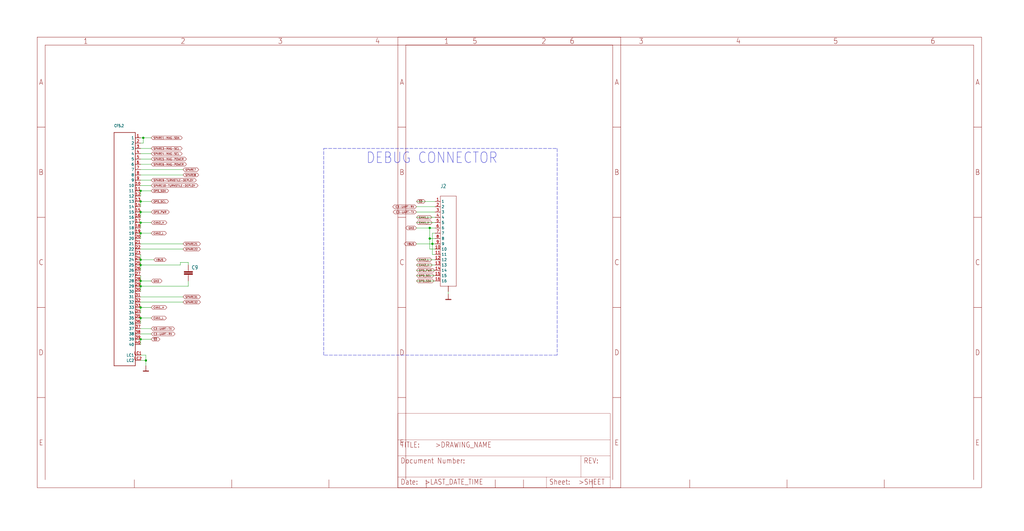
<source format=kicad_sch>
(kicad_sch (version 20211123) (generator eeschema)
  (paper "User" 490.22 254.406)
  (lib_symbols
    (symbol "oresat0-1u-backplane-eagle-import:C-EU1206-B"
      (property "Reference" "C" (at 1.524 0.381 0))
      (property "Value" "C-EU1206-B" (at 1.524 -4.699 0))
      (symbol "C-EU1206-B_1_0"
        (rectangle (start -2.032 -2.032) (end 2.032 -1.524) (fill (type outline)))
        (rectangle (start -2.032 -1.016) (end 2.032 -0.508) (fill (type outline)))
        (polyline (pts (xy 0 -2.54) (xy 0 -2.032)) (stroke (width 0.1524)))
        (polyline (pts (xy 0 0) (xy 0 -0.508)) (stroke (width 0.1524)))
        (pin passive line (at 0 2.54 270) (length 2.54) (name "1") (number "1"))
        (pin passive line (at 0 -5.08 90) (length 2.54) (name "2") (number "2"))
      )
    )
    (symbol "oresat0-1u-backplane-eagle-import:FRAME_A_L"
      (symbol "FRAME_A_L_0_0"
        (polyline (pts (xy 0 43.18) (xy 3.81 43.18)))
        (polyline (pts (xy 0 86.36) (xy 3.81 86.36)))
        (polyline (pts (xy 0 129.54) (xy 3.81 129.54)))
        (polyline (pts (xy 0 172.72) (xy 3.81 172.72)))
        (polyline (pts (xy 3.81 3.81) (xy 3.81 212.09)))
        (polyline (pts (xy 46.5667 0) (xy 46.5667 3.81)))
        (polyline (pts (xy 93.1333 0) (xy 93.1333 3.81)))
        (polyline (pts (xy 139.7 0) (xy 139.7 3.81)))
        (polyline (pts (xy 186.2667 0) (xy 186.2667 3.81)))
        (polyline (pts (xy 232.8333 0) (xy 232.8333 3.81)))
        (polyline (pts (xy 275.59 3.81) (xy 275.59 212.09)))
        (polyline (pts (xy 275.59 43.18) (xy 279.4 43.18)))
        (polyline (pts (xy 275.59 86.36) (xy 279.4 86.36)))
        (polyline (pts (xy 275.59 129.54) (xy 279.4 129.54)))
        (polyline (pts (xy 275.59 172.72) (xy 279.4 172.72)))
        (polyline (pts (xy 275.59 212.09) (xy 3.81 212.09)))
        (polyline (pts (xy 0 0) (xy 279.4 0) (xy 279.4 215.9) (xy 0 215.9) (xy 0 0)))
        (text "1" (at 23.2833 213.995 0) (effects (font (size 2.54 2.286))))
        (text "2" (at 69.85 213.995 0) (effects (font (size 2.54 2.286))))
        (text "3" (at 116.4167 213.995 0) (effects (font (size 2.54 2.286))))
        (text "4" (at 162.9833 213.995 0) (effects (font (size 2.54 2.286))))
        (text "5" (at 209.55 213.995 0) (effects (font (size 2.54 2.286))))
        (text "6" (at 256.1167 213.995 0) (effects (font (size 2.54 2.286))))
        (text "A" (at 1.905 194.31 0) (effects (font (size 2.54 2.286))))
        (text "A" (at 277.495 194.31 0) (effects (font (size 2.54 2.286))))
        (text "B" (at 1.905 151.13 0) (effects (font (size 2.54 2.286))))
        (text "B" (at 277.495 151.13 0) (effects (font (size 2.54 2.286))))
        (text "C" (at 1.905 107.95 0) (effects (font (size 2.54 2.286))))
        (text "C" (at 277.495 107.95 0) (effects (font (size 2.54 2.286))))
        (text "D" (at 1.905 64.77 0) (effects (font (size 2.54 2.286))))
        (text "D" (at 277.495 64.77 0) (effects (font (size 2.54 2.286))))
        (text "E" (at 1.905 21.59 0) (effects (font (size 2.54 2.286))))
        (text "E" (at 277.495 21.59 0) (effects (font (size 2.54 2.286))))
      )
      (symbol "FRAME_A_L_2_0"
        (polyline (pts (xy 0 0) (xy 0 5.08)) (stroke (width 0.1016)))
        (polyline (pts (xy 0 0) (xy 71.12 0)) (stroke (width 0.1016)))
        (polyline (pts (xy 0 5.08) (xy 0 15.24)) (stroke (width 0.1016)))
        (polyline (pts (xy 0 5.08) (xy 71.12 5.08)) (stroke (width 0.1016)))
        (polyline (pts (xy 0 15.24) (xy 0 22.86)) (stroke (width 0.1016)))
        (polyline (pts (xy 0 22.86) (xy 0 35.56)) (stroke (width 0.1016)))
        (polyline (pts (xy 0 22.86) (xy 101.6 22.86)) (stroke (width 0.1016)))
        (polyline (pts (xy 71.12 0) (xy 101.6 0)) (stroke (width 0.1016)))
        (polyline (pts (xy 71.12 5.08) (xy 71.12 0)) (stroke (width 0.1016)))
        (polyline (pts (xy 71.12 5.08) (xy 87.63 5.08)) (stroke (width 0.1016)))
        (polyline (pts (xy 87.63 5.08) (xy 101.6 5.08)) (stroke (width 0.1016)))
        (polyline (pts (xy 87.63 15.24) (xy 0 15.24)) (stroke (width 0.1016)))
        (polyline (pts (xy 87.63 15.24) (xy 87.63 5.08)) (stroke (width 0.1016)))
        (polyline (pts (xy 101.6 5.08) (xy 101.6 0)) (stroke (width 0.1016)))
        (polyline (pts (xy 101.6 15.24) (xy 87.63 15.24)) (stroke (width 0.1016)))
        (polyline (pts (xy 101.6 15.24) (xy 101.6 5.08)) (stroke (width 0.1016)))
        (polyline (pts (xy 101.6 22.86) (xy 101.6 15.24)) (stroke (width 0.1016)))
        (polyline (pts (xy 101.6 35.56) (xy 0 35.56)) (stroke (width 0.1016)))
        (polyline (pts (xy 101.6 35.56) (xy 101.6 22.86)) (stroke (width 0.1016)))
        (text ">DRAWING_NAME" (at 17.78 19.05 0) (effects (font (size 2.54 2.159)) (justify left bottom)))
        (text ">LAST_DATE_TIME" (at 12.7 1.27 0) (effects (font (size 2.54 2.159)) (justify left bottom)))
        (text ">SHEET" (at 86.36 1.27 0) (effects (font (size 2.54 2.159)) (justify left bottom)))
        (text "Date:" (at 1.27 1.27 0) (effects (font (size 2.54 2.159)) (justify left bottom)))
        (text "Document Number:" (at 1.27 11.43 0) (effects (font (size 2.54 2.159)) (justify left bottom)))
        (text "REV:" (at 88.9 11.43 0) (effects (font (size 2.54 2.159)) (justify left bottom)))
        (text "Sheet:" (at 72.39 1.27 0) (effects (font (size 2.54 2.159)) (justify left bottom)))
        (text "TITLE:" (at 1.27 19.05 0) (effects (font (size 2.54 2.159)) (justify left bottom)))
      )
    )
    (symbol "oresat0-1u-backplane-eagle-import:GND" (power)
      (symbol "GND_1_0"
        (polyline (pts (xy -1.27 -2.54) (xy 1.27 -2.54)) (stroke (width 0.4064)))
        (pin power_in line (at 0 0 270) (length 2.54) (name "GND") (number "1"))
      )
    )
    (symbol "oresat0-1u-backplane-eagle-import:M55-6001642R"
      (property "Reference" "J" (at -5.08 24.13 0))
      (property "Value" "M55-6001642R" (at -5.08 21.59 0))
      (symbol "M55-6001642R_1_0"
        (polyline (pts (xy -5.08 -22.86) (xy 2.54 -22.86)) (stroke (width 0.1524)))
        (polyline (pts (xy -5.08 20.32) (xy -5.08 -22.86)) (stroke (width 0.1524)))
        (polyline (pts (xy 2.54 -22.86) (xy 2.54 20.32)) (stroke (width 0.1524)))
        (polyline (pts (xy 2.54 20.32) (xy -5.08 20.32)) (stroke (width 0.1524)))
        (pin passive line (at -7.62 17.78 0) (length 2.54) (name "1") (number "1"))
        (pin passive line (at -7.62 -5.08 0) (length 2.54) (name "10") (number "10"))
        (pin passive line (at -7.62 -7.62 0) (length 2.54) (name "11") (number "11"))
        (pin passive line (at -7.62 -10.16 0) (length 2.54) (name "12") (number "12"))
        (pin passive line (at -7.62 -12.7 0) (length 2.54) (name "13") (number "13"))
        (pin passive line (at -7.62 -15.24 0) (length 2.54) (name "14") (number "14"))
        (pin passive line (at -7.62 -17.78 0) (length 2.54) (name "15") (number "15"))
        (pin passive line (at -7.62 -20.32 0) (length 2.54) (name "16") (number "16"))
        (pin passive line (at -1.27 -25.4 90) (length 2.54) (name "17") (number "19"))
        (pin passive line (at -7.62 15.24 0) (length 2.54) (name "2") (number "2"))
        (pin passive line (at -1.27 -25.4 90) (length 2.54) (name "17") (number "20"))
        (pin passive line (at -1.27 -25.4 90) (length 2.54) (name "17") (number "21"))
        (pin passive line (at -1.27 -25.4 90) (length 2.54) (name "17") (number "22"))
        (pin passive line (at -7.62 12.7 0) (length 2.54) (name "3") (number "3"))
        (pin passive line (at -7.62 10.16 0) (length 2.54) (name "4") (number "4"))
        (pin passive line (at -7.62 7.62 0) (length 2.54) (name "5") (number "5"))
        (pin passive line (at -7.62 5.08 0) (length 2.54) (name "6") (number "6"))
        (pin passive line (at -7.62 2.54 0) (length 2.54) (name "7") (number "7"))
        (pin passive line (at -7.62 0 0) (length 2.54) (name "8") (number "8"))
        (pin passive line (at -7.62 -2.54 0) (length 2.54) (name "9") (number "9"))
      )
    )
    (symbol "oresat0-1u-backplane-eagle-import:SFM-120-X1-XXX-D"
      (property "Reference" "J" (at -2.54 50.8 0))
      (property "Value" "SFM-120-X1-XXX-D" (at -2.54 49.53 0))
      (symbol "SFM-120-X1-XXX-D_1_0"
        (polyline (pts (xy -2.54 -63.5) (xy -2.54 48.26)) (stroke (width 0.254)))
        (polyline (pts (xy -2.54 48.26) (xy 7.62 48.26)) (stroke (width 0.254)))
        (polyline (pts (xy 7.62 -63.5) (xy -2.54 -63.5)) (stroke (width 0.254)))
        (polyline (pts (xy 7.62 48.26) (xy 7.62 -63.5)) (stroke (width 0.254)))
        (pin passive line (at 10.16 45.72 180) (length 2.54) (name "1") (number "1"))
        (pin passive line (at 10.16 22.86 180) (length 2.54) (name "10") (number "10"))
        (pin passive line (at 10.16 20.32 180) (length 2.54) (name "11") (number "11"))
        (pin passive line (at 10.16 17.78 180) (length 2.54) (name "12") (number "12"))
        (pin passive line (at 10.16 15.24 180) (length 2.54) (name "13") (number "13"))
        (pin passive line (at 10.16 12.7 180) (length 2.54) (name "14") (number "14"))
        (pin passive line (at 10.16 10.16 180) (length 2.54) (name "15") (number "15"))
        (pin passive line (at 10.16 7.62 180) (length 2.54) (name "16") (number "16"))
        (pin passive line (at 10.16 5.08 180) (length 2.54) (name "17") (number "17"))
        (pin passive line (at 10.16 2.54 180) (length 2.54) (name "18") (number "18"))
        (pin passive line (at 10.16 0 180) (length 2.54) (name "19") (number "19"))
        (pin passive line (at 10.16 43.18 180) (length 2.54) (name "2") (number "2"))
        (pin passive line (at 10.16 -2.54 180) (length 2.54) (name "20") (number "20"))
        (pin passive line (at 10.16 -5.08 180) (length 2.54) (name "21") (number "21"))
        (pin passive line (at 10.16 -7.62 180) (length 2.54) (name "22") (number "22"))
        (pin passive line (at 10.16 -10.16 180) (length 2.54) (name "23") (number "23"))
        (pin passive line (at 10.16 -12.7 180) (length 2.54) (name "24") (number "24"))
        (pin passive line (at 10.16 -15.24 180) (length 2.54) (name "25") (number "25"))
        (pin passive line (at 10.16 -17.78 180) (length 2.54) (name "26") (number "26"))
        (pin passive line (at 10.16 -20.32 180) (length 2.54) (name "27") (number "27"))
        (pin passive line (at 10.16 -22.86 180) (length 2.54) (name "28") (number "28"))
        (pin passive line (at 10.16 -25.4 180) (length 2.54) (name "29") (number "29"))
        (pin passive line (at 10.16 40.64 180) (length 2.54) (name "3") (number "3"))
        (pin passive line (at 10.16 -27.94 180) (length 2.54) (name "30") (number "30"))
        (pin passive line (at 10.16 -30.48 180) (length 2.54) (name "31") (number "31"))
        (pin passive line (at 10.16 -33.02 180) (length 2.54) (name "32") (number "32"))
        (pin passive line (at 10.16 -35.56 180) (length 2.54) (name "33") (number "33"))
        (pin passive line (at 10.16 -38.1 180) (length 2.54) (name "34") (number "34"))
        (pin passive line (at 10.16 -40.64 180) (length 2.54) (name "35") (number "35"))
        (pin passive line (at 10.16 -43.18 180) (length 2.54) (name "36") (number "36"))
        (pin passive line (at 10.16 -45.72 180) (length 2.54) (name "37") (number "37"))
        (pin passive line (at 10.16 -48.26 180) (length 2.54) (name "38") (number "38"))
        (pin passive line (at 10.16 -50.8 180) (length 2.54) (name "39") (number "39"))
        (pin passive line (at 10.16 38.1 180) (length 2.54) (name "4") (number "4"))
        (pin passive line (at 10.16 -53.34 180) (length 2.54) (name "40") (number "40"))
        (pin passive line (at 10.16 35.56 180) (length 2.54) (name "5") (number "5"))
        (pin passive line (at 10.16 33.02 180) (length 2.54) (name "6") (number "6"))
        (pin passive line (at 10.16 30.48 180) (length 2.54) (name "7") (number "7"))
        (pin passive line (at 10.16 27.94 180) (length 2.54) (name "8") (number "8"))
        (pin passive line (at 10.16 25.4 180) (length 2.54) (name "9") (number "9"))
        (pin passive line (at 10.16 -58.42 180) (length 2.54) (name "LC1") (number "LC1"))
        (pin passive line (at 10.16 -60.96 180) (length 2.54) (name "LC2") (number "LC2"))
      )
    )
  )
  (junction (at 67.31 96.52))
  (junction (at 205.74 109.22))
  (junction (at 67.31 91.44))
  (junction (at 67.31 101.6))
  (junction (at 67.31 134.62))
  (junction (at 67.31 124.46))
  (junction (at 68.58 66.04))
  (junction (at 67.31 127))
  (junction (at 67.31 147.32))
  (junction (at 207.01 116.84))
  (junction (at 69.85 172.72))
  (junction (at 67.31 137.16))
  (junction (at 67.31 152.4))
  (junction (at 67.31 162.56))
  (junction (at 67.31 106.68))
  (junction (at 205.74 114.3))
  (junction (at 67.31 111.76))
  (wire (pts (xy 199.39 129.54) (xy 208.28 129.54)))
  (wire (pts (xy 67.31 170.18) (xy 69.85 170.18)))
  (wire (pts (xy 199.39 134.62) (xy 208.28 134.62)))
  (wire (pts (xy 67.31 76.2) (xy 72.39 76.2)))
  (wire (pts (xy 207.01 116.84) (xy 207.01 121.92)))
  (wire (pts (xy 67.31 83.82) (xy 87.63 83.82)))
  (wire (pts (xy 67.31 137.16) (xy 67.31 139.7)))
  (wire (pts (xy 72.39 134.62) (xy 67.31 134.62)))
  (wire (pts (xy 208.28 99.06) (xy 199.39 99.06)))
  (wire (pts (xy 67.31 78.74) (xy 72.39 78.74)))
  (wire (pts (xy 205.74 109.22) (xy 205.74 114.3)))
  (wire (pts (xy 67.31 124.46) (xy 67.31 127)))
  (wire (pts (xy 199.39 96.52) (xy 208.28 96.52)))
  (polyline (pts (xy 154.94 170.18) (xy 154.94 71.12)))
  (wire (pts (xy 67.31 147.32) (xy 67.31 149.86)))
  (wire (pts (xy 90.17 134.62) (xy 90.17 137.16)))
  (wire (pts (xy 67.31 127) (xy 67.31 129.54)))
  (wire (pts (xy 67.31 119.38) (xy 87.63 119.38)))
  (wire (pts (xy 205.74 114.3) (xy 208.28 114.3)))
  (wire (pts (xy 68.58 68.58) (xy 68.58 66.04)))
  (wire (pts (xy 67.31 157.48) (xy 72.39 157.48)))
  (wire (pts (xy 205.74 119.38) (xy 208.28 119.38)))
  (wire (pts (xy 67.31 172.72) (xy 69.85 172.72)))
  (wire (pts (xy 72.39 101.6) (xy 67.31 101.6)))
  (wire (pts (xy 72.39 147.32) (xy 67.31 147.32)))
  (wire (pts (xy 67.31 73.66) (xy 72.39 73.66)))
  (wire (pts (xy 72.39 162.56) (xy 67.31 162.56)))
  (wire (pts (xy 208.28 127) (xy 199.39 127)))
  (wire (pts (xy 86.36 127) (xy 86.36 125.73)))
  (wire (pts (xy 67.31 127) (xy 86.36 127)))
  (wire (pts (xy 208.28 116.84) (xy 207.01 116.84)))
  (wire (pts (xy 72.39 96.52) (xy 67.31 96.52)))
  (wire (pts (xy 67.31 71.12) (xy 72.39 71.12)))
  (wire (pts (xy 205.74 109.22) (xy 208.28 109.22)))
  (wire (pts (xy 86.36 125.73) (xy 90.17 125.73)))
  (wire (pts (xy 67.31 68.58) (xy 68.58 68.58)))
  (wire (pts (xy 214.63 140.97) (xy 214.63 139.7)))
  (wire (pts (xy 67.31 111.76) (xy 67.31 114.3)))
  (polyline (pts (xy 154.94 71.12) (xy 266.7 71.12)))
  (polyline (pts (xy 266.7 170.18) (xy 154.94 170.18)))
  (wire (pts (xy 67.31 142.24) (xy 87.63 142.24)))
  (wire (pts (xy 207.01 116.84) (xy 207.01 111.76)))
  (wire (pts (xy 205.74 114.3) (xy 205.74 119.38)))
  (wire (pts (xy 69.85 172.72) (xy 69.85 175.26)))
  (wire (pts (xy 67.31 152.4) (xy 67.31 154.94)))
  (wire (pts (xy 67.31 162.56) (xy 67.31 165.1)))
  (wire (pts (xy 67.31 106.68) (xy 72.39 106.68)))
  (wire (pts (xy 208.28 101.6) (xy 199.39 101.6)))
  (wire (pts (xy 67.31 101.6) (xy 67.31 104.14)))
  (wire (pts (xy 67.31 88.9) (xy 72.39 88.9)))
  (wire (pts (xy 199.39 132.08) (xy 208.28 132.08)))
  (wire (pts (xy 199.39 106.68) (xy 208.28 106.68)))
  (wire (pts (xy 67.31 121.92) (xy 67.31 124.46)))
  (wire (pts (xy 73.66 124.46) (xy 67.31 124.46)))
  (wire (pts (xy 72.39 152.4) (xy 67.31 152.4)))
  (wire (pts (xy 72.39 111.76) (xy 67.31 111.76)))
  (wire (pts (xy 67.31 116.84) (xy 87.63 116.84)))
  (wire (pts (xy 67.31 134.62) (xy 67.31 137.16)))
  (wire (pts (xy 90.17 125.73) (xy 90.17 127)))
  (wire (pts (xy 67.31 96.52) (xy 67.31 99.06)))
  (wire (pts (xy 67.31 132.08) (xy 67.31 134.62)))
  (wire (pts (xy 199.39 116.84) (xy 207.01 116.84)))
  (wire (pts (xy 199.39 124.46) (xy 208.28 124.46)))
  (wire (pts (xy 67.31 81.28) (xy 87.63 81.28)))
  (wire (pts (xy 67.31 144.78) (xy 87.63 144.78)))
  (wire (pts (xy 67.31 106.68) (xy 67.31 109.22)))
  (wire (pts (xy 207.01 111.76) (xy 208.28 111.76)))
  (wire (pts (xy 67.31 91.44) (xy 67.31 93.98)))
  (polyline (pts (xy 266.7 71.12) (xy 266.7 170.18)))
  (wire (pts (xy 69.85 170.18) (xy 69.85 172.72)))
  (wire (pts (xy 67.31 66.04) (xy 68.58 66.04)))
  (wire (pts (xy 199.39 104.14) (xy 208.28 104.14)))
  (wire (pts (xy 68.58 66.04) (xy 72.39 66.04)))
  (wire (pts (xy 67.31 86.36) (xy 72.39 86.36)))
  (wire (pts (xy 207.01 121.92) (xy 208.28 121.92)))
  (wire (pts (xy 199.39 109.22) (xy 205.74 109.22)))
  (wire (pts (xy 90.17 137.16) (xy 67.31 137.16)))
  (wire (pts (xy 72.39 91.44) (xy 67.31 91.44)))
  (wire (pts (xy 67.31 160.02) (xy 72.39 160.02)))
  (text "DEBUG CONNECTOR" (at 175.26 78.74 180) (effects (font (size 5.08 4.318)) (justify left bottom)))
  (global_label "VBUS" (shape bidirectional) (at 199.39 116.84 180) (effects (font (size 0.889 0.889))) (property "Intersheet References" "${INTERSHEET_REFS}" (effects hide)))
  (global_label "CAN2_L" (shape bidirectional) (at 199.39 124.46 0) (effects (font (size 0.889 0.889))) (property "Intersheet References" "${INTERSHEET_REFS}" (effects hide)))
  (global_label "SPARE4-MAG-SCL" (shape bidirectional) (at 72.39 73.66 0) (effects (font (size 0.889 0.889))) (property "Intersheet References" "${INTERSHEET_REFS}" (effects hide)))
  (global_label "C3-UART-TX" (shape bidirectional) (at 199.39 101.6 180) (effects (font (size 0.889 0.889))) (property "Intersheet References" "${INTERSHEET_REFS}" (effects hide)))
  (global_label "SPARE21" (shape bidirectional) (at 87.63 116.84 0) (effects (font (size 0.889 0.889))) (property "Intersheet References" "${INTERSHEET_REFS}" (effects hide)))
  (global_label "SPARE22" (shape bidirectional) (at 87.63 119.38 0) (effects (font (size 0.889 0.889))) (property "Intersheet References" "${INTERSHEET_REFS}" (effects hide)))
  (global_label "CAN1_H" (shape bidirectional) (at 199.39 106.68 0) (effects (font (size 0.889 0.889))) (property "Intersheet References" "${INTERSHEET_REFS}" (effects hide)))
  (global_label "CAN1_L" (shape bidirectional) (at 72.39 152.4 0) (effects (font (size 0.889 0.889))) (property "Intersheet References" "${INTERSHEET_REFS}" (effects hide)))
  (global_label "CAN2_H" (shape bidirectional) (at 199.39 127 0) (effects (font (size 0.889 0.889))) (property "Intersheet References" "${INTERSHEET_REFS}" (effects hide)))
  (global_label "OPD_PWR" (shape bidirectional) (at 199.39 129.54 0) (effects (font (size 0.889 0.889))) (property "Intersheet References" "${INTERSHEET_REFS}" (effects hide)))
  (global_label "C3-UART-TX" (shape bidirectional) (at 72.39 157.48 0) (effects (font (size 0.889 0.889))) (property "Intersheet References" "${INTERSHEET_REFS}" (effects hide)))
  (global_label "GND" (shape bidirectional) (at 199.39 109.22 180) (effects (font (size 0.889 0.889))) (property "Intersheet References" "${INTERSHEET_REFS}" (effects hide)))
  (global_label "OPD_SCL" (shape bidirectional) (at 199.39 132.08 0) (effects (font (size 0.889 0.889))) (property "Intersheet References" "${INTERSHEET_REFS}" (effects hide)))
  (global_label "SPARE8" (shape bidirectional) (at 87.63 83.82 0) (effects (font (size 0.889 0.889))) (property "Intersheet References" "${INTERSHEET_REFS}" (effects hide)))
  (global_label "C3-UART-RX" (shape bidirectional) (at 72.39 160.02 0) (effects (font (size 0.889 0.889))) (property "Intersheet References" "${INTERSHEET_REFS}" (effects hide)))
  (global_label "SPARE3-MAG-SCL" (shape bidirectional) (at 72.39 71.12 0) (effects (font (size 0.889 0.889))) (property "Intersheet References" "${INTERSHEET_REFS}" (effects hide)))
  (global_label "SPARE9-TURNSTILE-DEPLOY" (shape bidirectional) (at 72.39 86.36 0) (effects (font (size 0.889 0.889))) (property "Intersheet References" "${INTERSHEET_REFS}" (effects hide)))
  (global_label "OPD_SDA" (shape bidirectional) (at 72.39 91.44 0) (effects (font (size 0.889 0.889))) (property "Intersheet References" "${INTERSHEET_REFS}" (effects hide)))
  (global_label "SPARE10-TURNSTILE-DEPLOY" (shape bidirectional) (at 72.39 88.9 0) (effects (font (size 0.889 0.889))) (property "Intersheet References" "${INTERSHEET_REFS}" (effects hide)))
  (global_label "SPARE31" (shape bidirectional) (at 87.63 142.24 0) (effects (font (size 0.889 0.889))) (property "Intersheet References" "${INTERSHEET_REFS}" (effects hide)))
  (global_label "CAN2_H" (shape bidirectional) (at 72.39 106.68 0) (effects (font (size 0.889 0.889))) (property "Intersheet References" "${INTERSHEET_REFS}" (effects hide)))
  (global_label "OPD_PWR" (shape bidirectional) (at 72.39 101.6 0) (effects (font (size 0.889 0.889))) (property "Intersheet References" "${INTERSHEET_REFS}" (effects hide)))
  (global_label "~{SD}" (shape bidirectional) (at 199.39 96.52 0) (effects (font (size 0.889 0.889))) (property "Intersheet References" "${INTERSHEET_REFS}" (effects hide)))
  (global_label "SPARE5-MAG-POWER" (shape bidirectional) (at 72.39 76.2 0) (effects (font (size 0.889 0.889))) (property "Intersheet References" "${INTERSHEET_REFS}" (effects hide)))
  (global_label "CAN1_L" (shape bidirectional) (at 199.39 104.14 0) (effects (font (size 0.889 0.889))) (property "Intersheet References" "${INTERSHEET_REFS}" (effects hide)))
  (global_label "SPARE7" (shape bidirectional) (at 87.63 81.28 0) (effects (font (size 0.889 0.889))) (property "Intersheet References" "${INTERSHEET_REFS}" (effects hide)))
  (global_label "~{SD}" (shape bidirectional) (at 72.39 162.56 0) (effects (font (size 0.889 0.889))) (property "Intersheet References" "${INTERSHEET_REFS}" (effects hide)))
  (global_label "OPD_SCL" (shape bidirectional) (at 72.39 96.52 0) (effects (font (size 0.889 0.889))) (property "Intersheet References" "${INTERSHEET_REFS}" (effects hide)))
  (global_label "SPARE6-MAG-POWER" (shape bidirectional) (at 72.39 78.74 0) (effects (font (size 0.889 0.889))) (property "Intersheet References" "${INTERSHEET_REFS}" (effects hide)))
  (global_label "GND" (shape bidirectional) (at 72.39 134.62 0) (effects (font (size 0.889 0.889))) (property "Intersheet References" "${INTERSHEET_REFS}" (effects hide)))
  (global_label "VBUS" (shape bidirectional) (at 73.66 124.46 0) (effects (font (size 0.889 0.889))) (property "Intersheet References" "${INTERSHEET_REFS}" (effects hide)))
  (global_label "SPARE32" (shape bidirectional) (at 87.63 144.78 0) (effects (font (size 0.889 0.889))) (property "Intersheet References" "${INTERSHEET_REFS}" (effects hide)))
  (global_label "SPARE1-MAG-SDA" (shape bidirectional) (at 72.39 66.04 0) (effects (font (size 0.889 0.889))) (property "Intersheet References" "${INTERSHEET_REFS}" (effects hide)))
  (global_label "C3-UART-RX" (shape bidirectional) (at 199.39 99.06 180) (effects (font (size 0.889 0.889))) (property "Intersheet References" "${INTERSHEET_REFS}" (effects hide)))
  (global_label "OPD_SDA" (shape bidirectional) (at 199.39 134.62 0) (effects (font (size 0.889 0.889))) (property "Intersheet References" "${INTERSHEET_REFS}" (effects hide)))
  (global_label "CAN2_L" (shape bidirectional) (at 72.39 111.76 0) (effects (font (size 0.889 0.889))) (property "Intersheet References" "${INTERSHEET_REFS}" (effects hide)))
  (global_label "CAN1_H" (shape bidirectional) (at 72.39 147.32 0) (effects (font (size 0.889 0.889))) (property "Intersheet References" "${INTERSHEET_REFS}" (effects hide)))
  (symbol (lib_id "oresat0-1u-backplane-eagle-import:GND") (at 69.85 175.26 0) (unit 1)
    (property "Reference" "#GND91" (effects hide))
  )
  (symbol (lib_id "oresat0-1u-backplane-eagle-import:M55-6001642R") (at 215.9 114.3 0) (unit 1)
    (property "Reference" "J2" (at 210.82 90.17 0) (effects (font (size 1.778 1.5113)) (justify left bottom)))
  )
  (symbol (lib_id "oresat0-1u-backplane-eagle-import:C-EU1206-B") (at 90.17 129.54 0) (unit 1)
    (property "Reference" "C9" (at 91.694 129.159 0) (effects (font (size 1.778 1.5113)) (justify left bottom)))
  )
  (symbol (lib_id "oresat0-1u-backplane-eagle-import:FRAME_A_L") (at 190.5 233.68 0) (unit 2)
    (property "Reference" "#FRAME16" (effects hide))
  )
  (symbol (lib_id "oresat0-1u-backplane-eagle-import:GND") (at 214.63 140.97 0) (unit 1)
    (property "Reference" "#GND7" (effects hide))
  )
  (symbol (lib_id "oresat0-1u-backplane-eagle-import:SFM-120-X1-XXX-D") (at 57.15 111.76 0) (unit 1)
    (property "Reference" "CF5.2" (at 54.61 60.96 0) (effects (font (size 1.27 1.0795)) (justify left bottom)))
  )
  (symbol (lib_id "oresat0-1u-backplane-eagle-import:FRAME_A_L") (at 17.78 233.68 0) (unit 1)
    (property "Reference" "#FRAME16" (effects hide))
  )
)
</source>
